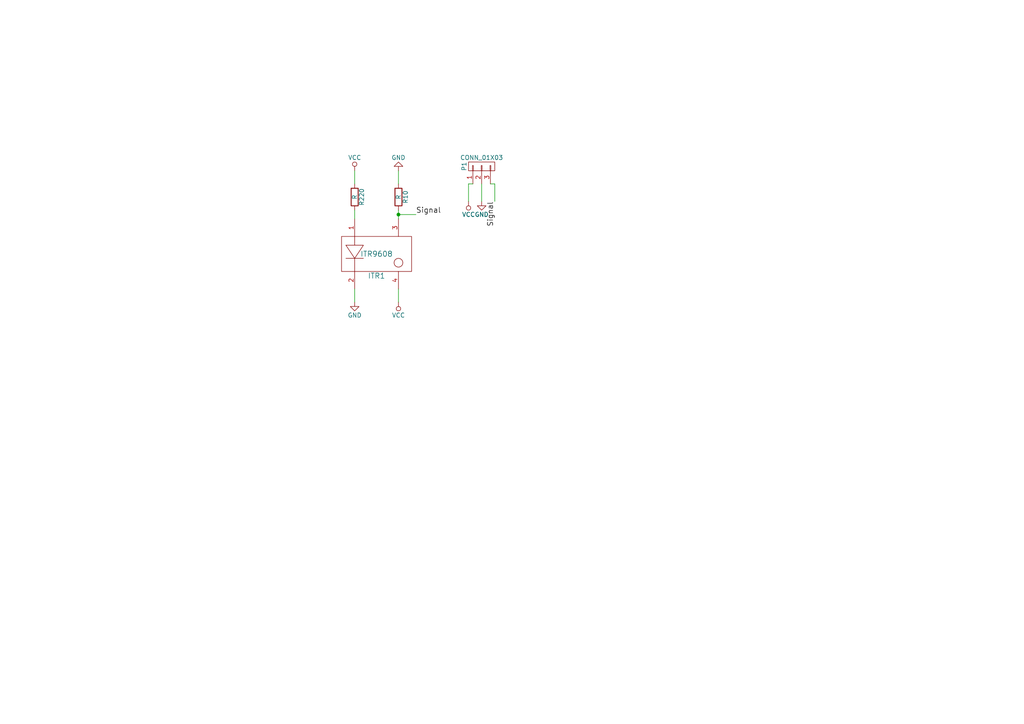
<source format=kicad_sch>
(kicad_sch (version 20230121) (generator eeschema)
  (paper "A4")
  (lib_symbols
    (symbol "Prueba-rescue:CONN_01X03" (pin_names (offset 1.016) hide)
      (property "Reference" "P" (at 0 5.08 0))
      (property "Value" "CONN_01X03" (at 2.54 0 90))
      (symbol "CONN_01X03_0_1"
        (rectangle (start -1.27 -2.413) (end 0.254 -2.667))
        (rectangle (start -1.27 0.127) (end 0.254 -0.127))
        (rectangle (start -1.27 2.667) (end 0.254 2.413))
        (rectangle (start -1.27 3.81) (end 1.27 -3.81))
      )
      (symbol "CONN_01X03_1_1"
        (pin passive line (at -5.08 2.54 0) (length 3.81) (name "P1") (number "1"))
        (pin passive line (at -5.08 0 0) (length 3.81) (name "P2") (number "2"))
        (pin passive line (at -5.08 -2.54 0) (length 3.81) (name "P3") (number "3"))
      )
    )
    (symbol "Prueba-rescue:GND" (power) (pin_names (offset 0))
      (property "Value" "GND" (at 0 -3.81 0))
      (symbol "GND_0_1"
        (polyline (pts (xy 0 0) (xy 0 -1.27) (xy 1.27 -1.27) (xy 0 -2.54) (xy -1.27 -1.27) (xy 0 -1.27)))
      )
      (symbol "GND_1_1"
        (pin power_in line (at 0 0 270) (length 0) hide (name "GND") (number "1"))
      )
    )
    (symbol "Prueba-rescue:ITR9608" (pin_names (offset 1.016))
      (property "Reference" "ITR" (at 0 -6.35 0))
      (property "Value" "ITR9608" (at 0 0 0))
      (symbol "ITR9608_0_1"
        (polyline (pts (xy -8.89 -1.27) (xy -3.81 -1.27)))
        (polyline (pts (xy -6.35 -1.27) (xy -6.35 -5.08)))
        (polyline (pts (xy -6.35 2.54) (xy -6.35 5.08)))
        (polyline (pts (xy -8.89 2.54) (xy -3.81 2.54) (xy -6.35 -1.27) (xy -8.89 2.54)))
        (circle (center 6.35 -2.54) (radius 1.27))
        (rectangle (start 10.16 -5.08) (end -10.16 5.08))
      )
      (symbol "ITR9608_1_1"
        (pin output line (at -6.35 10.16 270) (length 5.08) (name "~") (number "1"))
        (pin output line (at -6.35 -10.16 90) (length 5.08) (name "~") (number "2"))
        (pin output line (at 6.35 10.16 270) (length 5.08) (name "~") (number "3"))
        (pin input line (at 6.35 -10.16 90) (length 5.08) (name "~") (number "4"))
      )
    )
    (symbol "Prueba-rescue:R" (pin_numbers hide) (pin_names (offset 0))
      (property "Reference" "R" (at 2.032 0 90))
      (property "Value" "R" (at 0 0 90))
      (symbol "R_0_1"
        (rectangle (start -1.016 -2.54) (end 1.016 2.54) (stroke (width 0.254)))
      )
      (symbol "R_1_1"
        (pin passive line (at 0 3.81 270) (length 1.27) (name "~") (number "1"))
        (pin passive line (at 0 -3.81 90) (length 1.27) (name "~") (number "2"))
      )
    )
    (symbol "Prueba-rescue:VCC" (power) (pin_names (offset 0))
      (property "Value" "VCC" (at 0 3.81 0))
      (symbol "VCC_0_1"
        (polyline (pts (xy 0 0) (xy 0 1.27)))
        (circle (center 0 1.905) (radius 0.635))
      )
      (symbol "VCC_1_1"
        (pin power_in line (at 0 0 90) (length 0) hide (name "VCC") (number "1"))
      )
    )
  )
  (junction (at 115.57 62.23))
  (wire (pts (xy 120.65 62.23) (xy 115.57 62.23)))
  (wire (pts (xy 115.57 62.23) (xy 115.57 60.96)))
  (wire (pts (xy 115.57 63.5) (xy 115.57 62.23)))
  (wire (pts (xy 102.87 63.5) (xy 102.87 60.96)))
  (wire (pts (xy 143.51 58.42) (xy 143.51 53.34)))
  (wire (pts (xy 102.87 53.34) (xy 102.87 49.53)))
  (wire (pts (xy 115.57 53.34) (xy 115.57 49.53)))
  (wire (pts (xy 115.57 87.63) (xy 115.57 83.82)))
  (wire (pts (xy 143.51 53.34) (xy 142.24 53.34)))
  (wire (pts (xy 135.89 53.34) (xy 137.16 53.34)))
  (wire (pts (xy 139.7 58.42) (xy 139.7 53.34)))
  (wire (pts (xy 102.87 87.63) (xy 102.87 83.82)))
  (wire (pts (xy 135.89 58.42) (xy 135.89 53.34)))
  (label "Signal" (at 120.65 62.23 0) (effects (font (size 1.524 1.524))))
  (label "Signal" (at 143.51 58.42 270) (effects (font (size 1.524 1.524))))
  (symbol (lib_id "Prueba-rescue:R") (at 102.87 57.15 0) (unit 1)
    (property "Reference" "R220" (at 104.902 57.15 90))
    (property "Value" "R" (at 102.87 57.15 90))
    (property "Footprint" "Resistors_ThroughHole:Resistor_Horizontal_RM10mm" (effects hide))
  )
  (symbol (lib_id "Prueba-rescue:R") (at 115.57 57.15 0) (unit 1)
    (property "Reference" "R10" (at 117.602 57.15 90))
    (property "Value" "R" (at 115.57 57.15 90))
    (property "Footprint" "Resistors_ThroughHole:Resistor_Horizontal_RM10mm" (effects hide))
  )
  (symbol (lib_id "Prueba-rescue:ITR9608") (at 109.22 73.66 0) (unit 1)
    (property "Reference" "ITR1" (at 109.22 80.01 0) (effects (font (size 1.524 1.524))))
    (property "Value" "ITR9608" (at 109.22 73.66 0) (effects (font (size 1.524 1.524))))
    (property "Footprint" "opto:ITR9608" (effects hide))
  )
  (symbol (lib_id "Prueba-rescue:VCC") (at 102.87 49.53 0) (unit 1)
    (property "Reference" "#PWR01" (effects hide))
    (property "Value" "VCC" (at 102.87 45.72 0))
  )
  (symbol (lib_id "Prueba-rescue:GND") (at 102.87 87.63 0) (unit 1)
    (property "Reference" "#PWR02" (effects hide))
    (property "Value" "GND" (at 102.87 91.44 0))
  )
  (symbol (lib_id "Prueba-rescue:VCC") (at 115.57 87.63 180) (unit 1)
    (property "Reference" "#PWR03" (effects hide))
    (property "Value" "VCC" (at 115.57 91.44 0))
  )
  (symbol (lib_id "Prueba-rescue:GND") (at 115.57 49.53 180) (unit 1)
    (property "Reference" "#PWR04" (effects hide))
    (property "Value" "GND" (at 115.57 45.72 0))
  )
  (symbol (lib_id "Prueba-rescue:GND") (at 139.7 58.42 0) (unit 1)
    (property "Reference" "#PWR05" (effects hide))
    (property "Value" "GND" (at 139.7 62.23 0))
  )
  (symbol (lib_id "Prueba-rescue:VCC") (at 135.89 58.42 180) (unit 1)
    (property "Reference" "#PWR06" (effects hide))
    (property "Value" "VCC" (at 135.89 62.23 0))
  )
  (symbol (lib_id "Prueba-rescue:CONN_01X03") (at 139.7 48.26 90) (unit 1)
    (property "Reference" "P1" (at 134.62 48.26 0))
    (property "Value" "CONN_01X03" (at 139.7 45.72 90))
    (property "Footprint" "Pin_Headers:Pin_Header_Angled_1x03" (effects hide))
  )
)
</source>
